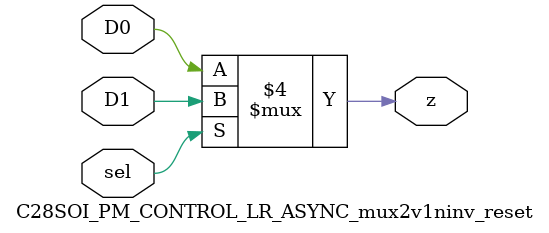
<source format=v>

module C28SOI_PM_CONTROL_LR_ASYNC_mux2v1ninv_reset (D0, D1, sel, z);
input D0, D1;
input sel;
output z;
reg z;
   always @(D0, D1, sel) begin
      if (sel == 1'b1) 
         z = D1;
      else
         z = D0;
   end
endmodule


</source>
